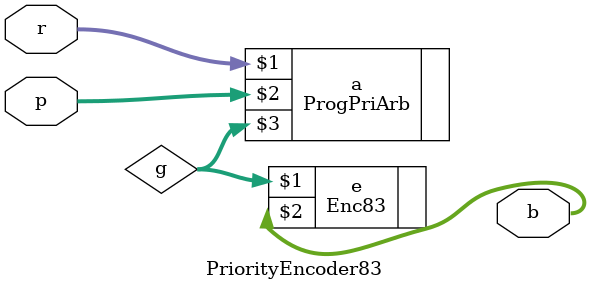
<source format=v>
module PriorityEncoder83(r, p, b) ;
  input [7:0] r ;
  input [7:0] p ;
  output [2:0] b ;
  wire [7:0] g ;
  ProgPriArb #(8) a(r, p, g) ;
  Enc83 e(g, b) ;
endmodule

</source>
